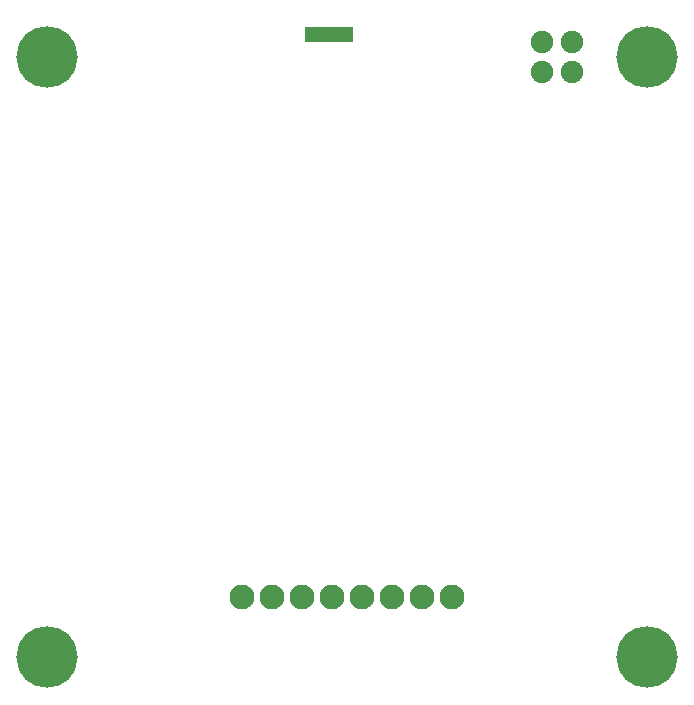
<source format=gbs>
G04 Layer: BottomSolderMaskLayer*
G04 EasyEDA v6.5.29, 2023-07-09 11:22:14*
G04 66d2373efeaf4300b8bf4b9e6adbc1de,5a6b42c53f6a479593ecc07194224c93,10*
G04 Gerber Generator version 0.2*
G04 Scale: 100 percent, Rotated: No, Reflected: No *
G04 Dimensions in millimeters *
G04 leading zeros omitted , absolute positions ,4 integer and 5 decimal *
%FSLAX45Y45*%
%MOMM*%

%ADD10C,5.2032*%
%ADD11C,2.1016*%
%ADD12C,1.9016*%

%LPD*%
D10*
G01*
X381000Y5461000D03*
G01*
X5461000Y5461000D03*
G01*
X5461000Y381000D03*
G01*
X381000Y381000D03*
D11*
G01*
X2032000Y889000D03*
G01*
X2286000Y889000D03*
G01*
X2540000Y889000D03*
G01*
X2794000Y889000D03*
G01*
X3048000Y889000D03*
G01*
X3302000Y889000D03*
G01*
X3556000Y889000D03*
G01*
X3810000Y889000D03*
D12*
G01*
X4572000Y5588000D03*
G01*
X4572000Y5334000D03*
G01*
X4826000Y5334000D03*
G01*
X4826000Y5588000D03*
G36*
X2565400Y5715000D02*
G01*
X2971800Y5715000D01*
X2971800Y5588000D01*
X2565400Y5588000D01*
G37*
M02*

</source>
